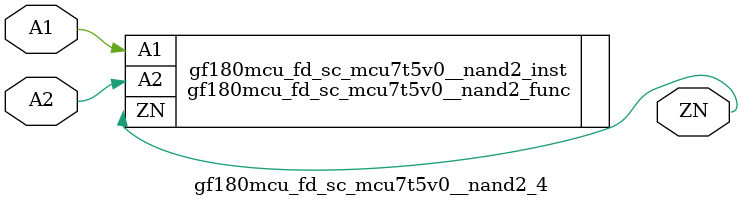
<source format=v>

`ifndef GF180MCU_FD_SC_MCU7T5V0__NAND2_4_V
`define GF180MCU_FD_SC_MCU7T5V0__NAND2_4_V

`include gf180mcu_fd_sc_mcu7t5v0__nand2.v

`ifdef USE_POWER_PINS
module gf180mcu_fd_sc_mcu7t5v0__nand2_4( A1, A2, ZN, VDD, VSS );
inout VDD, VSS;
`else // If not USE_POWER_PINS
module gf180mcu_fd_sc_mcu7t5v0__nand2_4( A1, A2, ZN );
`endif // If not USE_POWER_PINS
input A1, A2;
output ZN;

`ifdef USE_POWER_PINS
  gf180mcu_fd_sc_mcu7t5v0__nand2_func gf180mcu_fd_sc_mcu7t5v0__nand2_inst(.A1(A1),.A2(A2),.ZN(ZN),.VDD(VDD),.VSS(VSS));
`else // If not USE_POWER_PINS
  gf180mcu_fd_sc_mcu7t5v0__nand2_func gf180mcu_fd_sc_mcu7t5v0__nand2_inst(.A1(A1),.A2(A2),.ZN(ZN));
`endif // If not USE_POWER_PINS

`ifndef FUNCTIONAL
	// spec_gates_begin


	// spec_gates_end



   specify

	// specify_block_begin

	// comb arc A1 --> ZN
	 (A1 => ZN) = (1.0,1.0);

	// comb arc A2 --> ZN
	 (A2 => ZN) = (1.0,1.0);

	// specify_block_end

   endspecify

   `endif

endmodule
`endif

</source>
